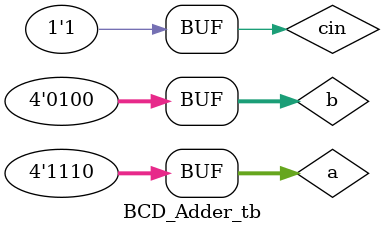
<source format=v>
/* Dependencies: Half_Adder, Full_Adder, 4bit_Full_Adder */
module BCD_Adder(cout, s, a, b, cin);
	input [3:0] a;
	input [3:0] b;
	input cin;
	output [3:0] s;
	output cout;
	reg cin2 = 1'b0;
	wire [3:0] s1, b2;
	wire and1, and2, or1, carry1, carry2;

	Four_bit_Full_Adder FFA1(carry1, s1, a, b, cin);

	and (and1, s1[3], s1[2]);
	and (and2, s1[3], s1[1]);
	or (or1, and1, and2);
	or(cout, carry1, or1);		

	buf(b2[0], 1'b0);
	buf(b2[3], 1'b0);
	buf(b2[1], cout);
	buf(b2[2], cout);

	Four_bit_Full_Adder FFA2(carry2, s, s1, b2, cin2);

endmodule

module BCD_Adder_tb;
	reg [3:0] a, b;
	reg cin;
	wire cout;
	wire [3:0] s;

	BCD_Adder BA(cout, s, a, b, cin);

	initial begin
		a = 4'b0000; b = 4'b0000; cin = 1'b0; #50;
		a = 4'b0000; b = 4'b0001; cin = 1'b0; #50;
		a = 4'b0001; b = 4'b0001; cin = 1'b0; #50;
		a = 4'b0010; b = 4'b0001; cin = 1'b0; #50;
		a = 4'b0010; b = 4'b0010; cin = 1'b0; #50;
		a = 4'b0010; b = 4'b0011; cin = 1'b0; #50;
		a = 4'b0101; b = 4'b0001; cin = 1'b0; #50;
		a = 4'b0101; b = 4'b0010; cin = 1'b0; #50;
		a = 4'b1000; b = 4'b0000; cin = 1'b0; #50;
		a = 4'b0110; b = 4'b0011; cin = 1'b0; #50;
		a = 4'b1000; b = 4'b0001; cin = 1'b1; #50;
		a = 4'b1000; b = 4'b0010; cin = 1'b1; #50;
		a = 4'b1000; b = 4'b0011; cin = 1'b1; #50;
		a = 4'b1011; b = 4'b0001; cin = 1'b1; #50;
		a = 4'b0100; b = 4'b1001; cin = 1'b1; #50;
		a = 4'b0110; b = 4'b1000; cin = 1'b1; #50;
		a = 4'b1001; b = 4'b0110; cin = 1'b1; #50;
		a = 4'b1010; b = 4'b0110; cin = 1'b1; #50;
		a = 4'b1101; b = 4'b0100; cin = 1'b1; #50;
		a = 4'b1110; b = 4'b0100; cin = 1'b1; #50;
	end
endmodule

</source>
